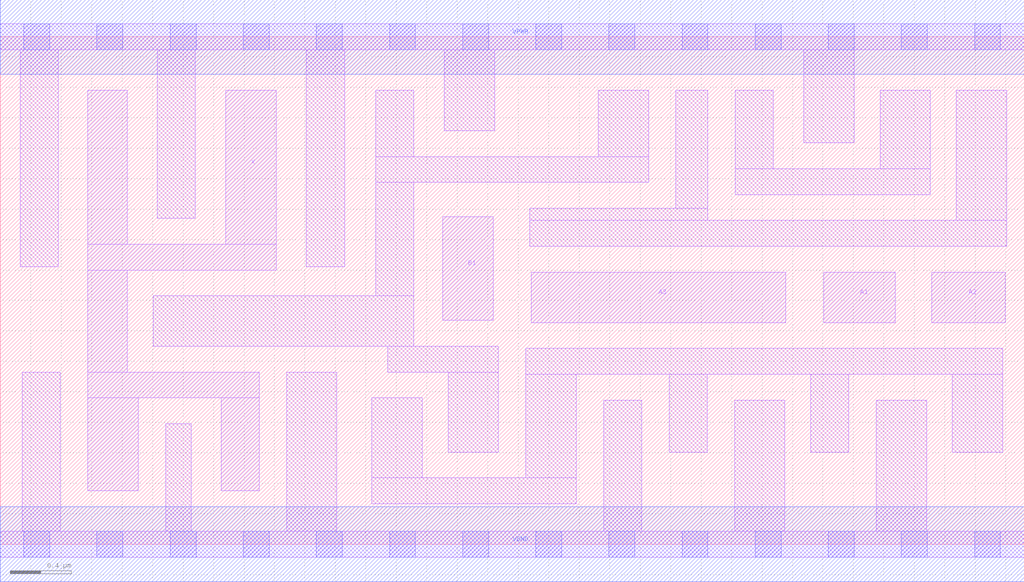
<source format=lef>
# Copyright 2020 The SkyWater PDK Authors
#
# Licensed under the Apache License, Version 2.0 (the "License");
# you may not use this file except in compliance with the License.
# You may obtain a copy of the License at
#
#     https://www.apache.org/licenses/LICENSE-2.0
#
# Unless required by applicable law or agreed to in writing, software
# distributed under the License is distributed on an "AS IS" BASIS,
# WITHOUT WARRANTIES OR CONDITIONS OF ANY KIND, either express or implied.
# See the License for the specific language governing permissions and
# limitations under the License.
#
# SPDX-License-Identifier: Apache-2.0

VERSION 5.5 ;
NAMESCASESENSITIVE ON ;
BUSBITCHARS "[]" ;
DIVIDERCHAR "/" ;
MACRO sky130_fd_sc_ls__o31a_4
  CLASS CORE ;
  SOURCE USER ;
  ORIGIN  0.000000  0.000000 ;
  SIZE  6.720000 BY  3.330000 ;
  SYMMETRY X Y ;
  SITE unit ;
  PIN A1
    ANTENNAGATEAREA  0.492000 ;
    DIRECTION INPUT ;
    USE SIGNAL ;
    PORT
      LAYER li1 ;
        RECT 5.405000 1.455000 5.875000 1.785000 ;
    END
  END A1
  PIN A2
    ANTENNAGATEAREA  0.492000 ;
    DIRECTION INPUT ;
    USE SIGNAL ;
    PORT
      LAYER li1 ;
        RECT 6.115000 1.455000 6.595000 1.785000 ;
    END
  END A2
  PIN A3
    ANTENNAGATEAREA  0.492000 ;
    DIRECTION INPUT ;
    USE SIGNAL ;
    PORT
      LAYER li1 ;
        RECT 3.485000 1.455000 5.155000 1.785000 ;
    END
  END A3
  PIN B1
    ANTENNAGATEAREA  0.492000 ;
    DIRECTION INPUT ;
    USE SIGNAL ;
    PORT
      LAYER li1 ;
        RECT 2.905000 1.470000 3.235000 2.150000 ;
    END
  END B1
  PIN X
    ANTENNADIFFAREA  1.086400 ;
    DIRECTION OUTPUT ;
    USE SIGNAL ;
    PORT
      LAYER li1 ;
        RECT 0.575000 0.350000 0.905000 0.960000 ;
        RECT 0.575000 0.960000 1.700000 1.130000 ;
        RECT 0.575000 1.130000 0.835000 1.800000 ;
        RECT 0.575000 1.800000 1.810000 1.970000 ;
        RECT 0.575000 1.970000 0.835000 2.980000 ;
        RECT 1.450000 0.350000 1.700000 0.960000 ;
        RECT 1.480000 1.970000 1.810000 2.980000 ;
    END
  END X
  PIN VGND
    DIRECTION INOUT ;
    SHAPE ABUTMENT ;
    USE GROUND ;
    PORT
      LAYER met1 ;
        RECT 0.000000 -0.245000 6.720000 0.245000 ;
    END
  END VGND
  PIN VNB
    DIRECTION INOUT ;
    USE GROUND ;
    PORT
    END
  END VNB
  PIN VPB
    DIRECTION INOUT ;
    USE POWER ;
    PORT
    END
  END VPB
  PIN VPWR
    DIRECTION INOUT ;
    SHAPE ABUTMENT ;
    USE POWER ;
    PORT
      LAYER met1 ;
        RECT 0.000000 3.085000 6.720000 3.575000 ;
    END
  END VPWR
  OBS
    LAYER li1 ;
      RECT 0.000000 -0.085000 6.720000 0.085000 ;
      RECT 0.000000  3.245000 6.720000 3.415000 ;
      RECT 0.130000  1.820000 0.380000 3.245000 ;
      RECT 0.145000  0.085000 0.395000 1.130000 ;
      RECT 1.005000  1.300000 2.715000 1.630000 ;
      RECT 1.030000  2.140000 1.280000 3.245000 ;
      RECT 1.085000  0.085000 1.255000 0.790000 ;
      RECT 1.880000  0.085000 2.210000 1.130000 ;
      RECT 2.010000  1.820000 2.260000 3.245000 ;
      RECT 2.440000  0.265000 3.780000 0.435000 ;
      RECT 2.440000  0.435000 2.770000 0.960000 ;
      RECT 2.465000  1.630000 2.715000 2.375000 ;
      RECT 2.465000  2.375000 4.255000 2.545000 ;
      RECT 2.465000  2.545000 2.715000 2.980000 ;
      RECT 2.545000  1.130000 3.270000 1.300000 ;
      RECT 2.915000  2.715000 3.245000 3.245000 ;
      RECT 2.940000  0.605000 3.270000 1.130000 ;
      RECT 3.450000  0.435000 3.780000 1.115000 ;
      RECT 3.450000  1.115000 6.580000 1.285000 ;
      RECT 3.475000  1.955000 6.605000 2.125000 ;
      RECT 3.475000  2.125000 4.645000 2.205000 ;
      RECT 3.925000  2.545000 4.255000 2.980000 ;
      RECT 3.960000  0.085000 4.210000 0.945000 ;
      RECT 4.390000  0.605000 4.640000 1.115000 ;
      RECT 4.435000  2.205000 4.645000 2.980000 ;
      RECT 4.820000  0.085000 5.150000 0.945000 ;
      RECT 4.825000  2.295000 6.105000 2.465000 ;
      RECT 4.825000  2.465000 5.075000 2.980000 ;
      RECT 5.275000  2.635000 5.605000 3.245000 ;
      RECT 5.320000  0.605000 5.570000 1.115000 ;
      RECT 5.750000  0.085000 6.080000 0.945000 ;
      RECT 5.775000  2.465000 6.105000 2.980000 ;
      RECT 6.250000  0.605000 6.580000 1.115000 ;
      RECT 6.275000  2.125000 6.605000 2.980000 ;
    LAYER mcon ;
      RECT 0.155000 -0.085000 0.325000 0.085000 ;
      RECT 0.155000  3.245000 0.325000 3.415000 ;
      RECT 0.635000 -0.085000 0.805000 0.085000 ;
      RECT 0.635000  3.245000 0.805000 3.415000 ;
      RECT 1.115000 -0.085000 1.285000 0.085000 ;
      RECT 1.115000  3.245000 1.285000 3.415000 ;
      RECT 1.595000 -0.085000 1.765000 0.085000 ;
      RECT 1.595000  3.245000 1.765000 3.415000 ;
      RECT 2.075000 -0.085000 2.245000 0.085000 ;
      RECT 2.075000  3.245000 2.245000 3.415000 ;
      RECT 2.555000 -0.085000 2.725000 0.085000 ;
      RECT 2.555000  3.245000 2.725000 3.415000 ;
      RECT 3.035000 -0.085000 3.205000 0.085000 ;
      RECT 3.035000  3.245000 3.205000 3.415000 ;
      RECT 3.515000 -0.085000 3.685000 0.085000 ;
      RECT 3.515000  3.245000 3.685000 3.415000 ;
      RECT 3.995000 -0.085000 4.165000 0.085000 ;
      RECT 3.995000  3.245000 4.165000 3.415000 ;
      RECT 4.475000 -0.085000 4.645000 0.085000 ;
      RECT 4.475000  3.245000 4.645000 3.415000 ;
      RECT 4.955000 -0.085000 5.125000 0.085000 ;
      RECT 4.955000  3.245000 5.125000 3.415000 ;
      RECT 5.435000 -0.085000 5.605000 0.085000 ;
      RECT 5.435000  3.245000 5.605000 3.415000 ;
      RECT 5.915000 -0.085000 6.085000 0.085000 ;
      RECT 5.915000  3.245000 6.085000 3.415000 ;
      RECT 6.395000 -0.085000 6.565000 0.085000 ;
      RECT 6.395000  3.245000 6.565000 3.415000 ;
  END
END sky130_fd_sc_ls__o31a_4
END LIBRARY

</source>
